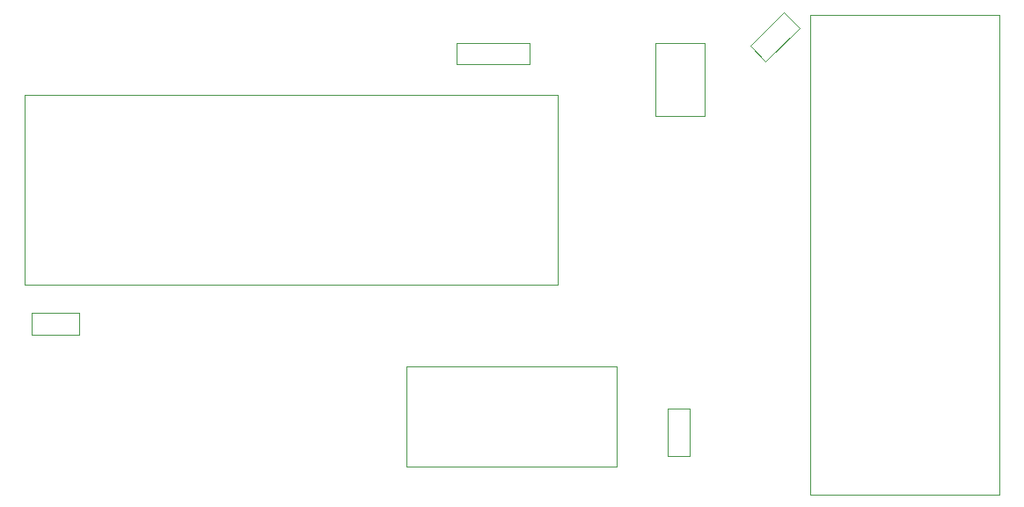
<source format=gbr>
G04 #@! TF.GenerationSoftware,KiCad,Pcbnew,8.99.0-unknown-5c22162d85~178~ubuntu22.04.1*
G04 #@! TF.CreationDate,2024-07-16T15:48:17+01:00*
G04 #@! TF.ProjectId,Leguino,4c656775-696e-46f2-9e6b-696361645f70,1.0.1*
G04 #@! TF.SameCoordinates,Original*
G04 #@! TF.FileFunction,Other,User*
%FSLAX46Y46*%
G04 Gerber Fmt 4.6, Leading zero omitted, Abs format (unit mm)*
G04 Created by KiCad (PCBNEW 8.99.0-unknown-5c22162d85~178~ubuntu22.04.1) date 2024-07-16 15:48:17*
%MOMM*%
%LPD*%
G01*
G04 APERTURE LIST*
%ADD10C,0.050000*%
G04 APERTURE END LIST*
D10*
X186896396Y-74063604D02*
X186896396Y-76163604D01*
X186896396Y-76163604D02*
X193876396Y-76163604D01*
X193876396Y-74063604D02*
X186896396Y-74063604D01*
X193876396Y-76163604D02*
X193876396Y-74063604D01*
X145294490Y-79093604D02*
X196594490Y-79093604D01*
X145294490Y-97373604D02*
X145294490Y-79093604D01*
X196594490Y-79093604D02*
X196594490Y-97373604D01*
X196594490Y-97373604D02*
X145294490Y-97373604D01*
X206016396Y-81163604D02*
X206016396Y-74063604D01*
X206016396Y-81163604D02*
X210756396Y-81163604D01*
X210756396Y-74063604D02*
X206016396Y-74063604D01*
X210756396Y-74063604D02*
X210756396Y-81163604D01*
X182079490Y-114888604D02*
X182079490Y-105278604D01*
X202269490Y-105278604D02*
X182079490Y-105278604D01*
X202269490Y-114888604D02*
X182079490Y-114888604D01*
X202269490Y-114888604D02*
X202269490Y-105278604D01*
X220860000Y-71390000D02*
X220860000Y-117610000D01*
X220860000Y-71390000D02*
X239140000Y-71390000D01*
X239140000Y-117610000D02*
X220860000Y-117610000D01*
X239140000Y-117610000D02*
X239140000Y-71390000D01*
X207204490Y-109313604D02*
X207204490Y-113913604D01*
X207204490Y-113913604D02*
X209304490Y-113913604D01*
X209304490Y-109313604D02*
X207204490Y-109313604D01*
X209304490Y-113913604D02*
X209304490Y-109313604D01*
X215131192Y-74383884D02*
X216616116Y-75868808D01*
X216616116Y-75868808D02*
X219868809Y-72616117D01*
X218383883Y-71131193D02*
X215131192Y-74383884D01*
X219868809Y-72616117D02*
X218383883Y-71131193D01*
X145954490Y-100063604D02*
X145954490Y-102163604D01*
X145954490Y-102163604D02*
X150554490Y-102163604D01*
X150554490Y-100063604D02*
X145954490Y-100063604D01*
X150554490Y-102163604D02*
X150554490Y-100063604D01*
M02*

</source>
